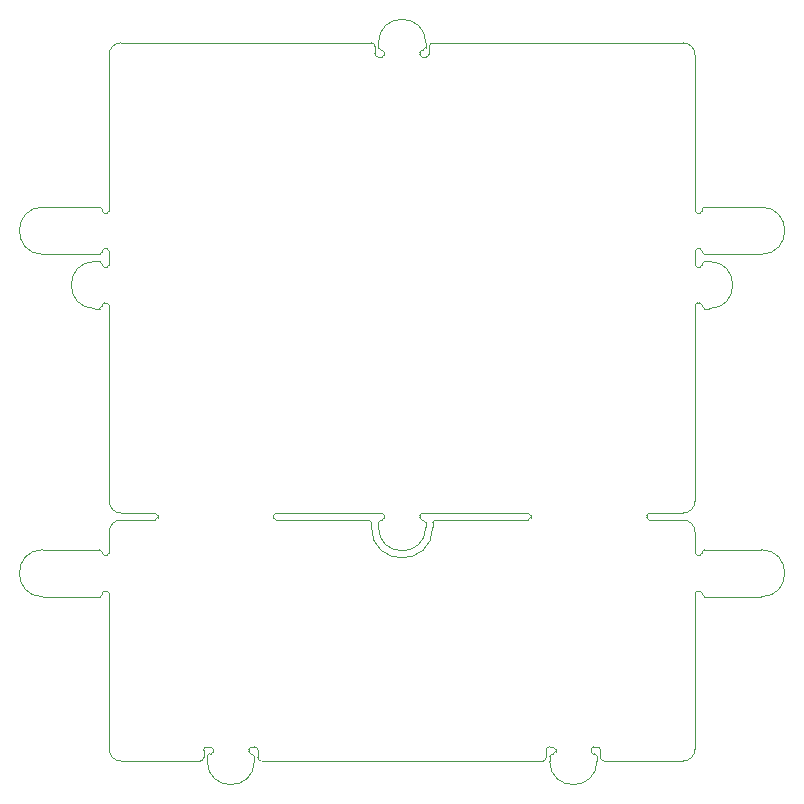
<source format=gm1>
%TF.GenerationSoftware,KiCad,Pcbnew,(6.0.1)*%
%TF.CreationDate,2022-01-31T14:39:12-05:00*%
%TF.ProjectId,C64-Composite-Modulator,4336342d-436f-46d7-906f-736974652d4d,0825*%
%TF.SameCoordinates,Original*%
%TF.FileFunction,Profile,NP*%
%FSLAX46Y46*%
G04 Gerber Fmt 4.6, Leading zero omitted, Abs format (unit mm)*
G04 Created by KiCad (PCBNEW (6.0.1)) date 2022-01-31 14:39:12*
%MOMM*%
%LPD*%
G01*
G04 APERTURE LIST*
%TA.AperFunction,Profile*%
%ADD10C,0.038100*%
%TD*%
G04 APERTURE END LIST*
D10*
X166182000Y-92627950D02*
X166182000Y-92727950D01*
X124582000Y-134627950D02*
X124282000Y-134627950D01*
X115582000Y-97027950D02*
G75*
G03*
X115382000Y-97227950I1J-200001D01*
G01*
X124782000Y-134827950D02*
X124782000Y-135027950D01*
X115382000Y-118227950D02*
X115382000Y-118127950D01*
X138782000Y-76227950D02*
X139082000Y-76227950D01*
X165582000Y-93827950D02*
G75*
G03*
X165782000Y-94027950I200001J1D01*
G01*
X115382000Y-93827950D02*
X115382000Y-93727950D01*
X165582000Y-116427950D02*
G75*
G03*
X164582000Y-115427950I-999999J1D01*
G01*
X129882000Y-115027950D02*
X129882000Y-115227950D01*
X128582000Y-134927950D02*
G75*
G03*
X128282000Y-134627950I-300000J0D01*
G01*
X165782000Y-89427950D02*
X165982000Y-89427950D01*
X166182000Y-92627950D02*
G75*
G03*
X165982000Y-92427950I-200001J-1D01*
G01*
X161682000Y-115427950D02*
X164582000Y-115427950D01*
X115382000Y-89227950D02*
G75*
G03*
X115582000Y-89427950I200001J1D01*
G01*
X115382000Y-121727950D02*
X115382000Y-121627950D01*
X166182000Y-97227950D02*
G75*
G03*
X165982000Y-97027950I-200001J-1D01*
G01*
X138182000Y-115627950D02*
G75*
G03*
X137982000Y-115427950I-200001J-1D01*
G01*
X166182000Y-118127950D02*
X166182000Y-118227950D01*
X142582000Y-75627950D02*
G75*
G03*
X142782000Y-75427950I-1J200001D01*
G01*
X157582000Y-134927950D02*
X157582000Y-135527950D01*
X161682000Y-114827950D02*
G75*
G03*
X161482000Y-115027950I1J-200001D01*
G01*
X161682000Y-114827950D02*
X164582000Y-114827950D01*
X119882000Y-114827950D02*
X116982000Y-114827950D01*
X152682000Y-135827950D02*
X128882000Y-135827950D01*
X110382000Y-88927950D02*
X115182000Y-88927950D01*
X115782000Y-89427950D02*
G75*
G03*
X115982000Y-89227950I-1J200001D01*
G01*
X156782000Y-134827950D02*
X156782000Y-135027950D01*
X110382000Y-92927950D02*
X115182000Y-92927950D01*
X157582000Y-135527950D02*
G75*
G03*
X157882000Y-135827950I300000J0D01*
G01*
X153282000Y-135827950D02*
X153282000Y-135427950D01*
X157282000Y-135427950D02*
G75*
G03*
X157082000Y-135227950I-200001J-1D01*
G01*
X128582000Y-135527950D02*
G75*
G03*
X128882000Y-135827950I300000J0D01*
G01*
X166182000Y-121627950D02*
X166182000Y-121727950D01*
X142282000Y-76027950D02*
G75*
G03*
X142482000Y-76227950I200001J1D01*
G01*
X138182000Y-116027950D02*
G75*
G03*
X143382000Y-116027950I2600000J0D01*
G01*
X130082000Y-114827950D02*
G75*
G03*
X129882000Y-115027950I1J-200001D01*
G01*
X143382000Y-75027950D02*
X164582000Y-75027950D01*
X116982000Y-75027950D02*
G75*
G03*
X115982000Y-76027950I-1J-999999D01*
G01*
X166182000Y-97327950D02*
G75*
G03*
X166382000Y-97527950I200001J1D01*
G01*
X115382000Y-93727950D02*
G75*
G03*
X115182000Y-93527950I-200001J-1D01*
G01*
X138482000Y-75327950D02*
G75*
G03*
X138182000Y-75027950I-300000J0D01*
G01*
X142782000Y-115627950D02*
X142782000Y-116027950D01*
X128282000Y-134627950D02*
X127982000Y-134627950D01*
X119882000Y-115427950D02*
X116982000Y-115427950D01*
X142782000Y-75427950D02*
X142782000Y-75027950D01*
X115382000Y-97327950D02*
X115382000Y-97227950D01*
X157082000Y-135227950D02*
X156982000Y-135227950D01*
X115582000Y-121427950D02*
G75*
G03*
X115382000Y-121627950I1J-200001D01*
G01*
X115982000Y-113827950D02*
X115982000Y-97227950D01*
X171182000Y-121927941D02*
X166382000Y-121927950D01*
X171182000Y-88927950D02*
X166382000Y-88927950D01*
X130082000Y-114827950D02*
X139082000Y-114827950D01*
X165582000Y-118227950D02*
G75*
G03*
X165782000Y-118427950I200001J1D01*
G01*
X164582000Y-135827949D02*
X157882000Y-135827950D01*
X165782000Y-97027950D02*
G75*
G03*
X165582000Y-97227950I1J-200001D01*
G01*
X110382000Y-88927950D02*
G75*
G03*
X110382000Y-92927950I0J-2000000D01*
G01*
X124782000Y-134827950D02*
G75*
G03*
X124582000Y-134627950I-200001J-1D01*
G01*
X128282000Y-135427950D02*
G75*
G03*
X128082000Y-135227950I-200001J-1D01*
G01*
X124282000Y-135827950D02*
G75*
G03*
X128282000Y-135827950I2000000J0D01*
G01*
X156782000Y-135027950D02*
G75*
G03*
X156982000Y-135227950I200001J1D01*
G01*
X116982000Y-115427950D02*
G75*
G03*
X115982000Y-116427950I3J-1000003D01*
G01*
X115782000Y-121427950D02*
X115582000Y-121427950D01*
X115782000Y-94027950D02*
G75*
G03*
X115982000Y-93827950I-1J200001D01*
G01*
X142782000Y-115627950D02*
G75*
G03*
X142582000Y-115427950I-200001J-1D01*
G01*
X143582000Y-115427950D02*
X151482000Y-115427950D01*
X115782000Y-118427950D02*
X115582000Y-118427950D01*
X165582000Y-89227950D02*
X165582000Y-76027950D01*
X139282000Y-75827950D02*
G75*
G03*
X139082000Y-75627950I-200001J-1D01*
G01*
X165982000Y-89427950D02*
G75*
G03*
X166182000Y-89227950I-1J200001D01*
G01*
X171182000Y-92927950D02*
G75*
G03*
X171182000Y-88927950I0J2000000D01*
G01*
X157282000Y-134627950D02*
X156982000Y-134627950D01*
X165782000Y-121427950D02*
X165982000Y-121427950D01*
X153582000Y-134627950D02*
X153282000Y-134627950D01*
X139082000Y-115427950D02*
G75*
G03*
X139282000Y-115227950I-1J200001D01*
G01*
X128082000Y-135227950D02*
X127982000Y-135227950D01*
X166782000Y-97527950D02*
X166382000Y-97527950D01*
X115982000Y-97227950D02*
G75*
G03*
X115782000Y-97027950I-200001J-1D01*
G01*
X156982000Y-134627950D02*
G75*
G03*
X156782000Y-134827950I1J-200001D01*
G01*
X166782000Y-93527950D02*
X166382000Y-93527950D01*
X166182000Y-121627950D02*
G75*
G03*
X165982000Y-121427950I-200001J-1D01*
G01*
X142482000Y-76227950D02*
X142782000Y-76227950D01*
X151482000Y-115427950D02*
G75*
G03*
X151682000Y-115227950I-1J200001D01*
G01*
X143582000Y-115427950D02*
G75*
G03*
X143382000Y-115627950I1J-200001D01*
G01*
X128282000Y-135427950D02*
X128282000Y-135827950D01*
X165982000Y-118427950D02*
G75*
G03*
X166182000Y-118227950I-1J200001D01*
G01*
X115982000Y-92627950D02*
G75*
G03*
X115782000Y-92427950I-200001J-1D01*
G01*
X142282000Y-76027950D02*
X142282000Y-75827950D01*
X115382000Y-89227950D02*
X115382000Y-89127950D01*
X153582000Y-135227950D02*
X153482000Y-135227950D01*
X153282000Y-134627950D02*
G75*
G03*
X152982000Y-134927950I0J-300000D01*
G01*
X116982000Y-135827950D02*
X123682000Y-135827950D01*
X127982000Y-134627950D02*
G75*
G03*
X127782000Y-134827950I1J-200001D01*
G01*
X115182000Y-97527950D02*
G75*
G03*
X115382000Y-97327950I-1J200001D01*
G01*
X116982000Y-75027950D02*
X138182000Y-75027950D01*
X138782000Y-75027950D02*
X138782000Y-75427950D01*
X123682000Y-135827950D02*
G75*
G03*
X123982000Y-135527950I0J300000D01*
G01*
X127782000Y-134827950D02*
X127782000Y-135027950D01*
X119882000Y-115427950D02*
G75*
G03*
X120082000Y-115227950I-1J200001D01*
G01*
X143082000Y-75327950D02*
X143082000Y-75627950D01*
X115382000Y-118127950D02*
G75*
G03*
X115182000Y-117927950I-200001J-1D01*
G01*
X166782000Y-97527950D02*
G75*
G03*
X166782000Y-93527950I0J2000000D01*
G01*
X142782000Y-75027950D02*
G75*
G03*
X138782000Y-75027950I-2000000J0D01*
G01*
X142582000Y-115427950D02*
X142482000Y-115427950D01*
X142782000Y-76227950D02*
G75*
G03*
X143082000Y-75927950I0J300000D01*
G01*
X115782000Y-92427950D02*
X115582000Y-92427950D01*
X142282000Y-115227950D02*
G75*
G03*
X142482000Y-115427950I200001J1D01*
G01*
X142282000Y-115027950D02*
X142282000Y-115227950D01*
X138782000Y-115627950D02*
X138782000Y-116027950D01*
X115782000Y-94027950D02*
X115582000Y-94027950D01*
X165782000Y-92427950D02*
G75*
G03*
X165582000Y-92627950I1J-200001D01*
G01*
X166182000Y-93727950D02*
X166182000Y-93827950D01*
X153282000Y-135827950D02*
G75*
G03*
X157282000Y-135827950I2000000J0D01*
G01*
X165782000Y-118427950D02*
X165982000Y-118427950D01*
X139082000Y-76227950D02*
G75*
G03*
X139282000Y-76027950I-1J200001D01*
G01*
X138782000Y-116027950D02*
G75*
G03*
X142782000Y-116027950I2000000J0D01*
G01*
X166382000Y-93527950D02*
G75*
G03*
X166182000Y-93727950I1J-200001D01*
G01*
X120082000Y-115027950D02*
G75*
G03*
X119882000Y-114827950I-200001J-1D01*
G01*
X115982000Y-89227950D02*
X115982000Y-76027950D01*
X142482000Y-114827950D02*
G75*
G03*
X142282000Y-115027950I1J-200001D01*
G01*
X138982000Y-75627950D02*
X139082000Y-75627950D01*
X130082000Y-115427950D02*
X137982000Y-115427950D01*
X166382000Y-117927950D02*
G75*
G03*
X166182000Y-118127950I1J-200001D01*
G01*
X129882000Y-115227950D02*
G75*
G03*
X130082000Y-115427950I200001J1D01*
G01*
X115582000Y-92427950D02*
G75*
G03*
X115382000Y-92627950I1J-200001D01*
G01*
X124282000Y-134627950D02*
G75*
G03*
X123982000Y-134927950I0J-300000D01*
G01*
X124582000Y-135227950D02*
X124482000Y-135227950D01*
X165582000Y-116427950D02*
X165582000Y-118227950D01*
X115782000Y-97027950D02*
X115582000Y-97027950D01*
X124482000Y-135227950D02*
G75*
G03*
X124282000Y-135427950I1J-200001D01*
G01*
X152982000Y-134927950D02*
X152982000Y-135527950D01*
X165582000Y-89227950D02*
G75*
G03*
X165782000Y-89427950I200001J1D01*
G01*
X115382000Y-92727950D02*
X115382000Y-92627950D01*
X115182000Y-92927950D02*
G75*
G03*
X115382000Y-92727950I-1J200001D01*
G01*
X115382000Y-89127950D02*
G75*
G03*
X115182000Y-88927950I-200001J-1D01*
G01*
X166182000Y-97227950D02*
X166182000Y-97327950D01*
X110382000Y-117927950D02*
X115182000Y-117927950D01*
X115982000Y-121627950D02*
X115982000Y-134827950D01*
X143082000Y-75927950D02*
X143082000Y-75627950D01*
X166382000Y-88927950D02*
G75*
G03*
X166182000Y-89127950I1J-200001D01*
G01*
X165582000Y-76027950D02*
G75*
G03*
X164582000Y-75027950I-999999J1D01*
G01*
X115982000Y-121627950D02*
G75*
G03*
X115782000Y-121427950I-200001J-1D01*
G01*
X139082000Y-115427950D02*
X138982000Y-115427950D01*
X114782000Y-97527950D02*
X115182000Y-97527950D01*
X139282000Y-115027950D02*
G75*
G03*
X139082000Y-114827950I-200001J-1D01*
G01*
X115382000Y-118227950D02*
G75*
G03*
X115582000Y-118427950I200001J1D01*
G01*
X142482000Y-75627950D02*
X142582000Y-75627950D01*
X139282000Y-115027950D02*
X139282000Y-115227950D01*
X124282000Y-135827950D02*
X124282000Y-135427950D01*
X138482000Y-75327950D02*
X138482000Y-75927950D01*
X138482000Y-75927950D02*
G75*
G03*
X138782000Y-76227950I300000J0D01*
G01*
X138982000Y-115427950D02*
G75*
G03*
X138782000Y-115627950I1J-200001D01*
G01*
X165782000Y-92427950D02*
X165982000Y-92427950D01*
X110382000Y-121927950D02*
X115182000Y-121927950D01*
X151682000Y-115027950D02*
G75*
G03*
X151482000Y-114827950I-200001J-1D01*
G01*
X165782000Y-97027950D02*
X165982000Y-97027950D01*
X142482000Y-75627950D02*
G75*
G03*
X142282000Y-75827950I1J-200001D01*
G01*
X165582000Y-121627950D02*
X165582000Y-134827950D01*
X165982000Y-94027950D02*
G75*
G03*
X166182000Y-93827950I-1J200001D01*
G01*
X114782000Y-93527950D02*
X115182000Y-93527950D01*
X157582000Y-134927950D02*
G75*
G03*
X157282000Y-134627950I-300000J0D01*
G01*
X164582000Y-114827950D02*
G75*
G03*
X165582000Y-113827950I1J999999D01*
G01*
X115782000Y-118427950D02*
G75*
G03*
X115982000Y-118227950I-1J200001D01*
G01*
X115782000Y-89427950D02*
X115582000Y-89427950D01*
X157282000Y-135827950D02*
X157282000Y-135427950D01*
X138182000Y-116027950D02*
X138182000Y-115627950D01*
X115182000Y-121927950D02*
G75*
G03*
X115382000Y-121727950I-1J200001D01*
G01*
X123982000Y-134927950D02*
X123982000Y-135527950D01*
X152682000Y-135827950D02*
G75*
G03*
X152982000Y-135527950I0J300000D01*
G01*
X153782000Y-134827950D02*
G75*
G03*
X153582000Y-134627950I-200001J-1D01*
G01*
X165582000Y-92627950D02*
X165582000Y-93827950D01*
X165782000Y-94027950D02*
X165982000Y-94027950D01*
X115982000Y-113827950D02*
G75*
G03*
X116982000Y-114827950I999999J-1D01*
G01*
X166182000Y-89127950D02*
X166182000Y-89227950D01*
X114782000Y-93527950D02*
G75*
G03*
X114782000Y-97527950I0J-2000000D01*
G01*
X115382000Y-93827950D02*
G75*
G03*
X115582000Y-94027950I200001J1D01*
G01*
X124582000Y-135227950D02*
G75*
G03*
X124782000Y-135027950I-1J200001D01*
G01*
X115982000Y-93827950D02*
X115982000Y-92627950D01*
X166182000Y-92727950D02*
G75*
G03*
X166382000Y-92927950I200001J1D01*
G01*
X164582000Y-135827949D02*
G75*
G03*
X165582000Y-134827949I1J999999D01*
G01*
X151682000Y-115027950D02*
X151682000Y-115227950D01*
X171182000Y-121927950D02*
G75*
G03*
X171182000Y-117927950I0J2000000D01*
G01*
X161482000Y-115227950D02*
G75*
G03*
X161682000Y-115427950I200001J1D01*
G01*
X128582000Y-134927950D02*
X128582000Y-135527950D01*
X161482000Y-115027950D02*
X161482000Y-115227950D01*
X171182000Y-92927950D02*
X166382000Y-92927950D01*
X166182000Y-121727950D02*
G75*
G03*
X166382000Y-121927950I200001J1D01*
G01*
X143382000Y-116027950D02*
X143382000Y-115627950D01*
X127782000Y-135027950D02*
G75*
G03*
X127982000Y-135227950I200001J1D01*
G01*
X120082000Y-115027950D02*
X120082000Y-115227950D01*
X153782000Y-134827950D02*
X153782000Y-135027950D01*
X138782000Y-75427950D02*
G75*
G03*
X138982000Y-75627950I200001J1D01*
G01*
X110382000Y-117927950D02*
G75*
G03*
X110382000Y-121927950I0J-2000000D01*
G01*
X143382000Y-75027950D02*
G75*
G03*
X143082000Y-75327950I0J-300000D01*
G01*
X153582000Y-135227950D02*
G75*
G03*
X153782000Y-135027950I-1J200001D01*
G01*
X153482000Y-135227950D02*
G75*
G03*
X153282000Y-135427950I1J-200001D01*
G01*
X139282000Y-76027950D02*
X139282000Y-75827950D01*
X171182000Y-117927950D02*
X166382000Y-117927950D01*
X165782000Y-121427950D02*
G75*
G03*
X165582000Y-121627950I1J-200001D01*
G01*
X115982000Y-118227950D02*
X115982000Y-116427950D01*
X142482000Y-114827950D02*
X151482000Y-114827950D01*
X165582000Y-113827950D02*
X165582000Y-97227950D01*
X115982000Y-134827950D02*
G75*
G03*
X116982000Y-135827950I999999J-1D01*
G01*
M02*

</source>
